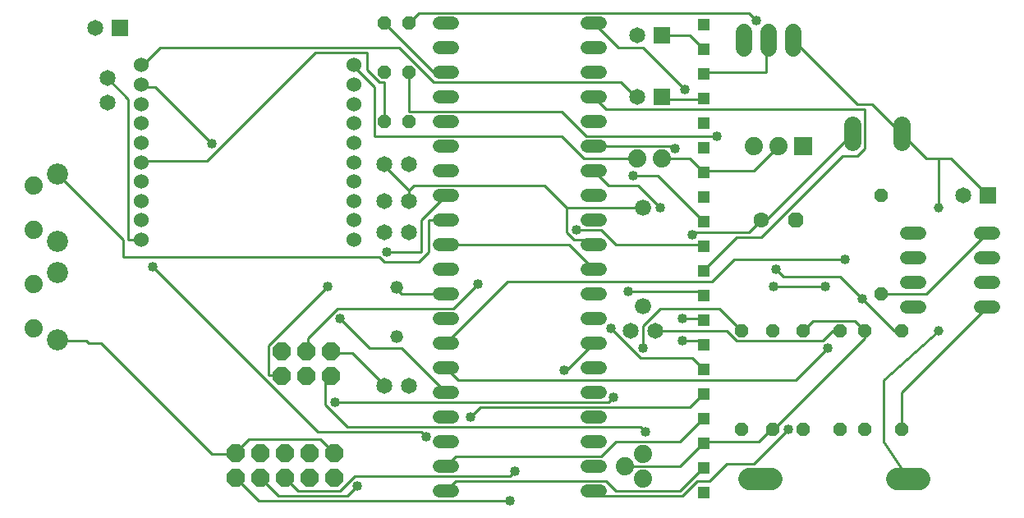
<source format=gbl>
G75*
G70*
%OFA0B0*%
%FSLAX24Y24*%
%IPPOS*%
%LPD*%
%AMOC8*
5,1,8,0,0,1.08239X$1,22.5*
%
%ADD10C,0.0600*%
%ADD11C,0.0520*%
%ADD12C,0.0660*%
%ADD13C,0.0650*%
%ADD14R,0.0650X0.0650*%
%ADD15C,0.0520*%
%ADD16OC8,0.0740*%
%ADD17OC8,0.0520*%
%ADD18C,0.0860*%
%ADD19C,0.0740*%
%ADD20C,0.0660*%
%ADD21OC8,0.0630*%
%ADD22C,0.0630*%
%ADD23C,0.0700*%
%ADD24R,0.0515X0.0515*%
%ADD25C,0.0885*%
%ADD26R,0.0740X0.0740*%
%ADD27C,0.0100*%
%ADD28C,0.0400*%
%ADD29C,0.0396*%
D10*
X005770Y011732D03*
X005770Y012519D03*
X005770Y013306D03*
X005770Y014094D03*
X005770Y014881D03*
X005770Y015669D03*
X005770Y016456D03*
X005770Y017243D03*
X005770Y018031D03*
X005770Y018818D03*
X014432Y018818D03*
X014432Y018031D03*
X014432Y017243D03*
X014432Y016456D03*
X014432Y015669D03*
X014432Y014881D03*
X014432Y014094D03*
X014432Y013306D03*
X014432Y012519D03*
X014432Y011732D03*
D11*
X017891Y011534D02*
X018411Y011534D01*
X018411Y012534D02*
X017891Y012534D01*
X017891Y013534D02*
X018411Y013534D01*
X018411Y014534D02*
X017891Y014534D01*
X017891Y015534D02*
X018411Y015534D01*
X018411Y016534D02*
X017891Y016534D01*
X017891Y017534D02*
X018411Y017534D01*
X018411Y018534D02*
X017891Y018534D01*
X017891Y019534D02*
X018411Y019534D01*
X018411Y020534D02*
X017891Y020534D01*
X023891Y020534D02*
X024411Y020534D01*
X024411Y019534D02*
X023891Y019534D01*
X023891Y018534D02*
X024411Y018534D01*
X024411Y017534D02*
X023891Y017534D01*
X023891Y016534D02*
X024411Y016534D01*
X024411Y015534D02*
X023891Y015534D01*
X023891Y014534D02*
X024411Y014534D01*
X024411Y013534D02*
X023891Y013534D01*
X023891Y012534D02*
X024411Y012534D01*
X024411Y011534D02*
X023891Y011534D01*
X023891Y010534D02*
X024411Y010534D01*
X024411Y009534D02*
X023891Y009534D01*
X023891Y008534D02*
X024411Y008534D01*
X024411Y007534D02*
X023891Y007534D01*
X023891Y006534D02*
X024411Y006534D01*
X024411Y005534D02*
X023891Y005534D01*
X023891Y004534D02*
X024411Y004534D01*
X024411Y003534D02*
X023891Y003534D01*
X023891Y002534D02*
X024411Y002534D01*
X024411Y001534D02*
X023891Y001534D01*
X018411Y001534D02*
X017891Y001534D01*
X017891Y002534D02*
X018411Y002534D01*
X018411Y003534D02*
X017891Y003534D01*
X017891Y004534D02*
X018411Y004534D01*
X018411Y005534D02*
X017891Y005534D01*
X017891Y006534D02*
X018411Y006534D01*
X018411Y007534D02*
X017891Y007534D01*
X017891Y008534D02*
X018411Y008534D01*
X018411Y009534D02*
X017891Y009534D01*
X017891Y010534D02*
X018411Y010534D01*
X036851Y010994D02*
X037371Y010994D01*
X037371Y009994D02*
X036851Y009994D01*
X036851Y008994D02*
X037371Y008994D01*
X039851Y008994D02*
X040371Y008994D01*
X040371Y009994D02*
X039851Y009994D01*
X039851Y010994D02*
X040371Y010994D01*
X040371Y011994D02*
X039851Y011994D01*
X037371Y011994D02*
X036851Y011994D01*
D12*
X032233Y019511D02*
X032233Y020171D01*
X031233Y020171D02*
X031233Y019511D01*
X030233Y019511D02*
X030233Y020171D01*
D13*
X025901Y020034D03*
X025901Y017534D03*
X016651Y014784D03*
X015651Y014784D03*
X015651Y013284D03*
X016651Y013284D03*
X016651Y012034D03*
X015651Y012034D03*
X025651Y008034D03*
X026651Y008034D03*
X016651Y005784D03*
X015651Y005784D03*
X004401Y017284D03*
X004401Y018284D03*
X003901Y020334D03*
X039151Y013534D03*
D14*
X040151Y013534D03*
X026901Y017534D03*
X026901Y020034D03*
X004901Y020334D03*
D15*
X016151Y009784D03*
X016151Y007784D03*
D16*
X013481Y007194D03*
X012481Y007194D03*
X011481Y007194D03*
X011481Y006194D03*
X012481Y006194D03*
X013481Y006194D03*
X013611Y003054D03*
X012611Y003054D03*
X011611Y003054D03*
X010611Y003054D03*
X009611Y003054D03*
X009611Y002054D03*
X010611Y002054D03*
X011611Y002054D03*
X012611Y002054D03*
X013611Y002054D03*
D17*
X030151Y004034D03*
X031401Y004034D03*
X032651Y004034D03*
X034151Y004034D03*
X035151Y004034D03*
X036651Y004034D03*
X036651Y008034D03*
X035151Y008034D03*
X034151Y008034D03*
X032651Y008034D03*
X031401Y008034D03*
X030151Y008034D03*
X035811Y009534D03*
X035811Y013534D03*
X016651Y016534D03*
X015651Y016534D03*
X015651Y018534D03*
X016651Y018534D03*
X016651Y020534D03*
X015651Y020534D03*
D18*
X002393Y014412D03*
X002393Y011656D03*
X002393Y010412D03*
X002393Y007656D03*
D19*
X001409Y008148D03*
X001409Y009920D03*
X001409Y012148D03*
X001409Y013920D03*
X025401Y002534D03*
X026151Y002034D03*
X026151Y003034D03*
X025901Y015034D03*
X026901Y015034D03*
X030651Y015534D03*
X031651Y015534D03*
D20*
X026151Y013034D03*
X026151Y009034D03*
D21*
X032351Y012534D03*
D22*
X030951Y012534D03*
D23*
X034651Y015684D02*
X034651Y016384D01*
X036651Y016384D02*
X036651Y015684D01*
D24*
X028611Y015474D03*
X028611Y014474D03*
X028611Y013474D03*
X028611Y012474D03*
X028611Y011474D03*
X028611Y010474D03*
X028611Y009474D03*
X028611Y008474D03*
X028611Y007474D03*
X028611Y006474D03*
X028611Y005474D03*
X028611Y004474D03*
X028611Y003474D03*
X028611Y002474D03*
X028611Y001474D03*
X028611Y016474D03*
X028611Y017474D03*
X028611Y018474D03*
X028611Y019474D03*
X028611Y020474D03*
D25*
X030459Y002034D02*
X031344Y002034D01*
X036459Y002034D02*
X037344Y002034D01*
D26*
X032651Y015534D03*
D27*
X008651Y003034D02*
X004151Y007534D01*
X003651Y007534D01*
X003551Y007634D01*
X002451Y007634D01*
X002393Y007656D01*
X006251Y010634D02*
X012951Y003934D01*
X017151Y003934D01*
X017351Y003734D01*
X018151Y002534D02*
X018551Y002934D01*
X024451Y002934D01*
X025051Y003534D01*
X027651Y003534D01*
X028551Y004434D01*
X028611Y004474D01*
X028051Y004934D02*
X019551Y004934D01*
X019151Y004534D01*
X018151Y005534D02*
X016351Y007334D01*
X015051Y007334D01*
X013851Y008534D01*
X013751Y008934D02*
X012551Y007734D01*
X012551Y007234D01*
X012481Y007194D01*
X013481Y007194D02*
X013551Y007134D01*
X014351Y007134D01*
X015651Y005834D01*
X015651Y005784D01*
X013651Y005134D02*
X024751Y005134D01*
X024951Y005334D01*
X026051Y004134D02*
X014151Y004134D01*
X013251Y005034D01*
X013251Y006134D01*
X013451Y006134D01*
X013481Y006194D01*
X011481Y006194D02*
X011451Y006234D01*
X010951Y006234D01*
X010951Y007434D01*
X013351Y009834D01*
X013751Y008934D02*
X018451Y008934D01*
X019451Y009934D01*
X020651Y010034D02*
X018151Y007534D01*
X018151Y006534D02*
X018651Y006034D01*
X032351Y006034D01*
X033651Y007334D01*
X033451Y007634D02*
X033851Y008034D01*
X034151Y008034D01*
X034751Y008434D02*
X033051Y008434D01*
X032651Y008034D01*
X033451Y007634D02*
X029951Y007634D01*
X029551Y008034D01*
X026651Y008034D01*
X026151Y008234D02*
X026151Y007334D01*
X026051Y006934D02*
X024851Y008134D01*
X024151Y007534D02*
X023051Y006434D01*
X022951Y006434D01*
X026051Y006934D02*
X028151Y006934D01*
X028611Y006474D01*
X028611Y005474D02*
X028551Y005434D01*
X028051Y004934D01*
X026251Y003934D02*
X026051Y004134D01*
X027651Y002534D02*
X028551Y003434D01*
X028611Y003474D01*
X028651Y003534D01*
X030851Y003534D01*
X031351Y004034D01*
X031401Y004034D01*
X031451Y004034D01*
X035151Y007734D01*
X035151Y008034D01*
X034751Y008434D01*
X035051Y009334D02*
X034151Y010234D01*
X031851Y010234D01*
X031551Y010534D01*
X031451Y009834D02*
X033551Y009834D01*
X035051Y009334D02*
X036351Y008034D01*
X036651Y008034D01*
X038151Y008034D02*
X035901Y006034D01*
X035901Y003534D01*
X036901Y002034D01*
X036951Y002034D01*
X036651Y004034D02*
X036651Y005534D01*
X040111Y008994D01*
X037651Y009534D02*
X035811Y009534D01*
X037651Y009534D02*
X040111Y011994D01*
X038151Y013034D02*
X038151Y015034D01*
X038651Y015034D01*
X040151Y013534D01*
X038151Y015034D02*
X037651Y015034D01*
X036651Y016034D01*
X035451Y017234D01*
X034851Y017234D01*
X032251Y019834D01*
X032233Y019841D01*
X031233Y019841D02*
X031151Y019834D01*
X031151Y018534D01*
X028651Y018534D01*
X028611Y018474D01*
X027851Y017834D02*
X026151Y019534D01*
X025151Y019534D01*
X024151Y020534D01*
X026901Y020034D02*
X028051Y020034D01*
X028611Y019474D01*
X030451Y020934D02*
X030751Y020634D01*
X030451Y020934D02*
X017051Y020934D01*
X016651Y020534D01*
X015651Y020534D02*
X017651Y018534D01*
X018151Y018534D01*
X017651Y018134D02*
X025251Y018134D01*
X025851Y017534D01*
X025901Y017534D01*
X026901Y017534D02*
X026951Y017534D01*
X027051Y017434D01*
X028551Y017434D01*
X028611Y017474D01*
X029151Y015934D02*
X023851Y015934D01*
X022851Y016934D01*
X016651Y016934D01*
X016651Y018534D01*
X016251Y019534D02*
X017651Y018134D01*
X015651Y018134D02*
X015451Y018134D01*
X014951Y018634D01*
X014951Y019334D01*
X012851Y019334D01*
X008451Y014934D01*
X005851Y014934D01*
X005770Y014881D01*
X008651Y015634D02*
X006351Y017934D01*
X005851Y017934D01*
X005770Y018031D01*
X005251Y017434D02*
X004401Y018284D01*
X005251Y017434D02*
X005251Y011734D01*
X005751Y011734D01*
X005770Y011732D01*
X005051Y011734D02*
X005051Y011034D01*
X015451Y011034D01*
X015651Y010834D01*
X017051Y010834D01*
X017451Y011234D01*
X017451Y012534D01*
X018151Y012534D01*
X017151Y012534D02*
X017151Y011234D01*
X015751Y011234D01*
X018151Y011534D02*
X023151Y011534D01*
X024151Y010534D01*
X025551Y009634D02*
X028451Y009634D01*
X028611Y009474D01*
X029251Y008934D02*
X026851Y008934D01*
X026151Y008234D01*
X027751Y008534D02*
X028551Y008534D01*
X028611Y008474D01*
X029251Y008934D02*
X030151Y008034D01*
X028611Y007474D02*
X028451Y007634D01*
X027751Y007634D01*
X028951Y010034D02*
X020651Y010034D01*
X018151Y009534D02*
X016351Y009534D01*
X016151Y009734D01*
X016151Y009784D01*
X017151Y012534D02*
X018151Y013534D01*
X016851Y013934D02*
X016651Y013734D01*
X016651Y013284D01*
X016651Y013734D02*
X015651Y014734D01*
X015651Y014784D01*
X016851Y013934D02*
X022151Y013934D01*
X023051Y013034D01*
X026151Y013034D01*
X026851Y013034D02*
X025951Y013934D01*
X024751Y013934D01*
X024151Y014534D01*
X023751Y015034D02*
X025901Y015034D01*
X025751Y014334D02*
X026751Y014334D01*
X028611Y012474D01*
X028251Y012034D02*
X030451Y012034D01*
X030951Y012534D01*
X031151Y012534D01*
X034651Y016034D01*
X035151Y015434D02*
X035151Y017034D01*
X024651Y017034D01*
X024151Y017534D01*
X022851Y015934D02*
X023751Y015034D01*
X024151Y015534D02*
X027351Y015534D01*
X027451Y015434D01*
X026901Y015034D02*
X028051Y015034D01*
X028611Y014474D01*
X028651Y014534D01*
X030651Y014534D01*
X031651Y015534D01*
X034251Y015134D02*
X034851Y015134D01*
X035151Y015434D01*
X034251Y015134D02*
X030951Y011834D01*
X029951Y011834D01*
X028651Y010534D01*
X028611Y010474D01*
X028951Y010034D02*
X029851Y010934D01*
X034351Y010934D01*
X028611Y011474D02*
X028551Y011534D01*
X025051Y011534D01*
X024451Y012134D01*
X023451Y012134D01*
X023051Y012034D02*
X023051Y013034D01*
X023051Y012034D02*
X023351Y011734D01*
X023951Y011734D01*
X024151Y011534D01*
X028151Y011934D02*
X028251Y012034D01*
X022851Y015934D02*
X015251Y015934D01*
X015251Y017934D01*
X014451Y018734D01*
X014432Y018818D01*
X015651Y018134D02*
X015651Y016534D01*
X016251Y019534D02*
X006551Y019534D01*
X005851Y018834D01*
X005770Y018818D01*
X002393Y014412D02*
X002451Y014334D01*
X005051Y011734D01*
X010151Y003634D02*
X013051Y003634D01*
X013551Y003134D01*
X013611Y003054D01*
X014451Y002134D02*
X013851Y001534D01*
X012151Y001534D01*
X011651Y002034D01*
X011611Y002054D01*
X011351Y001334D02*
X010651Y002034D01*
X010611Y002054D01*
X010551Y001134D02*
X009651Y002034D01*
X009611Y002054D01*
X009591Y003034D02*
X008651Y003034D01*
X009551Y003134D02*
X009611Y003054D01*
X009591Y003034D01*
X009611Y003054D02*
X009651Y003134D01*
X010151Y003634D01*
X014451Y002134D02*
X020751Y002134D01*
X020951Y002334D01*
X020751Y001134D02*
X010551Y001134D01*
X011351Y001334D02*
X014151Y001334D01*
X014551Y001734D01*
X018151Y001534D02*
X018551Y001934D01*
X024651Y001934D01*
X025051Y001534D01*
X027651Y001534D01*
X028551Y002434D01*
X028611Y002474D01*
X028851Y001934D02*
X028351Y001934D01*
X027751Y001334D01*
X024351Y001334D01*
X024151Y001534D01*
X025401Y002534D02*
X027651Y002534D01*
X028851Y001934D02*
X029551Y002634D01*
X030651Y002634D01*
X032051Y004034D01*
D28*
X032051Y004034D03*
X026251Y003934D03*
X024951Y005334D03*
X022951Y006434D03*
X024851Y008134D03*
X026151Y007334D03*
X027751Y007634D03*
X027751Y008534D03*
X025551Y009634D03*
X028151Y011934D03*
X026851Y013034D03*
X025751Y014334D03*
X027451Y015434D03*
X029151Y015934D03*
X027851Y017834D03*
X030751Y020634D03*
X023451Y012134D03*
X019451Y009934D03*
X015751Y011234D03*
X013351Y009834D03*
X013851Y008534D03*
X013651Y005134D03*
X017351Y003734D03*
X019151Y004534D03*
X020951Y002334D03*
X020751Y001134D03*
X014551Y001734D03*
X006251Y010634D03*
X008651Y015634D03*
X031551Y010534D03*
X031451Y009834D03*
X033551Y009834D03*
X035051Y009334D03*
X034351Y010934D03*
X033651Y007334D03*
D29*
X038151Y008034D03*
X038151Y013034D03*
M02*

</source>
